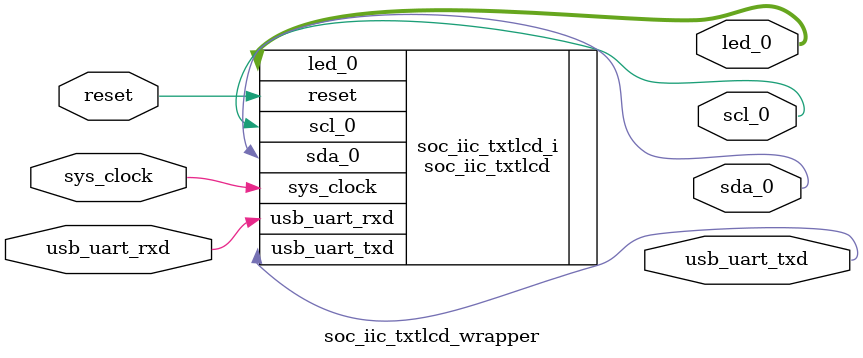
<source format=v>
`timescale 1 ps / 1 ps

module soc_iic_txtlcd_wrapper
   (led_0,
    reset,
    scl_0,
    sda_0,
    sys_clock,
    usb_uart_rxd,
    usb_uart_txd);
  output [15:0]led_0;
  input reset;
  output scl_0;
  output sda_0;
  input sys_clock;
  input usb_uart_rxd;
  output usb_uart_txd;

  wire [15:0]led_0;
  wire reset;
  wire scl_0;
  wire sda_0;
  wire sys_clock;
  wire usb_uart_rxd;
  wire usb_uart_txd;

  soc_iic_txtlcd soc_iic_txtlcd_i
       (.led_0(led_0),
        .reset(reset),
        .scl_0(scl_0),
        .sda_0(sda_0),
        .sys_clock(sys_clock),
        .usb_uart_rxd(usb_uart_rxd),
        .usb_uart_txd(usb_uart_txd));
endmodule

</source>
